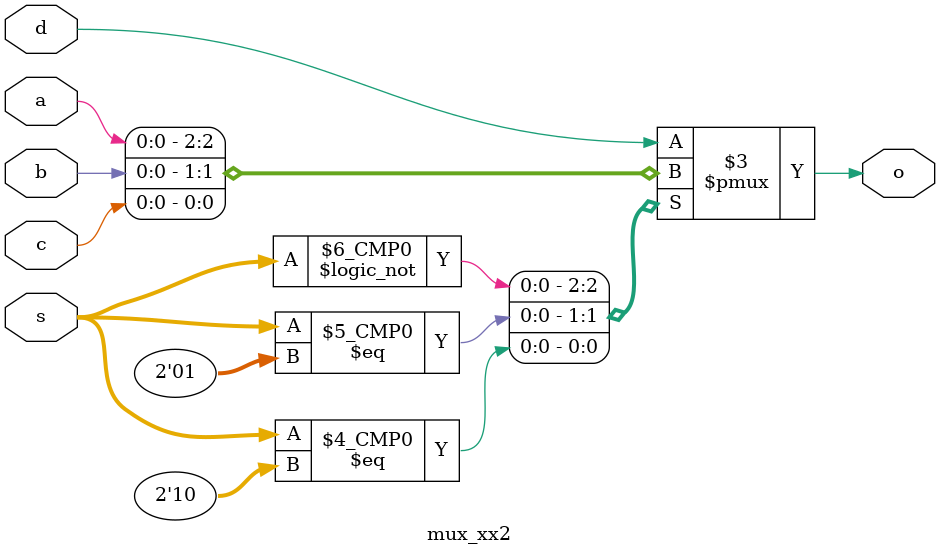
<source format=v>

module mux_xx2
    (
     a,
     b,
     c,
     d,
     s,
     o
     );

////////////////////////////////////////////////////////////////////////////////
// Parameter declarations

parameter WIDTH = 1;

////////////////////////////////////////////////////////////////////////////////
// Port declarations

////////////////////////////////////////////////////////////////////////////////
// Output declarations

input     [1:0] s;
input [WIDTH-1:0] a,b,c,d;

output reg [WIDTH-1:0] o;

////////////////////////////////////////////////////////////////////////////////
// Local logic and instantiation

always @(*) case(s)
	2'h 0 : o = a;
	2'h 1 : o = b;
	2'h 2 : o = c;
	default : o = d;
endcase

endmodule 

</source>
